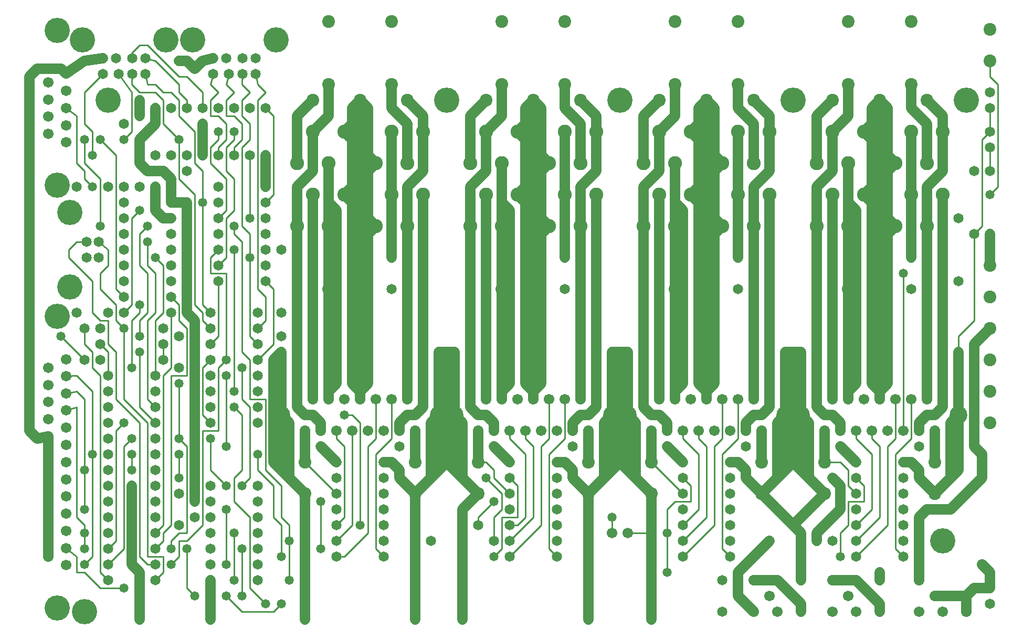
<source format=gtl>
%MOIN*%
%FSLAX25Y25*%
G04 D10 used for Character Trace; *
G04     Circle (OD=.01000) (No hole)*
G04 D11 used for Power Trace; *
G04     Circle (OD=.06700) (No hole)*
G04 D12 used for Signal Trace; *
G04     Circle (OD=.01100) (No hole)*
G04 D13 used for Via; *
G04     Circle (OD=.05800) (Round. Hole ID=.02800)*
G04 D14 used for Component hole; *
G04     Circle (OD=.06500) (Round. Hole ID=.03500)*
G04 D15 used for Component hole; *
G04     Circle (OD=.06700) (Round. Hole ID=.04300)*
G04 D16 used for Component hole; *
G04     Circle (OD=.08100) (Round. Hole ID=.05100)*
G04 D17 used for Component hole; *
G04     Circle (OD=.08900) (Round. Hole ID=.05900)*
G04 D18 used for Component hole; *
G04     Circle (OD=.11300) (Round. Hole ID=.08300)*
G04 D19 used for Component hole; *
G04     Circle (OD=.16000) (Round. Hole ID=.13000)*
G04 D20 used for Component hole; *
G04     Circle (OD=.18300) (Round. Hole ID=.15300)*
G04 D21 used for Component hole; *
G04     Circle (OD=.22291) (Round. Hole ID=.19291)*
%ADD10C,.01000*%
%ADD11C,.06700*%
%ADD12C,.01100*%
%ADD13C,.05800*%
%ADD14C,.06500*%
%ADD15C,.06700*%
%ADD16C,.08100*%
%ADD17C,.08900*%
%ADD18C,.11300*%
%ADD19C,.16000*%
%ADD20C,.18300*%
%ADD21C,.22291*%
%IPPOS*%
%LPD*%
G90*X0Y0D02*D19*X27400Y12400D03*D15*              
X33100Y39600D03*D12*X40000Y35000D02*X45000D01*    
X55000Y25000D01*X70000D01*D13*D03*D11*            
X80000Y5000D02*Y35000D01*D13*Y5000D03*D14*        
X90000Y30000D03*D12*X95000Y35000D01*Y45000D01*    
X85000D01*Y130000D01*X70000Y145000D01*Y190000D01* 
D13*D03*D12*X65000Y195000D01*Y205000D01*          
X55000Y215000D01*Y225000D01*X60000Y230000D01*     
Y240000D01*X54000Y244900D01*D14*D03*              
X46200Y235100D03*D13*X55000Y255000D03*D12*        
Y285000D01*X45000Y295000D01*Y310000D01*D13*D03*   
D12*X50000Y300000D02*Y315000D01*D13*Y300000D03*   
X55000Y310000D03*D12*X65000Y300000D01*Y215000D01* 
X70000Y210000D01*D14*D03*D12*Y200000D02*          
X75000Y205000D01*D14*X70000Y200000D03*D12*        
X75000Y165000D02*Y195000D01*D13*Y165000D03*D12*   
X65000Y145000D02*Y175000D01*X80000Y130000D02*     
X65000Y145000D01*X80000Y45000D02*Y130000D01*      
X85000Y40000D02*X80000Y45000D01*X85000Y40000D02*  
X90000D01*D14*D03*D13*X100000Y50000D03*D12*       
Y55000D01*X105000Y60000D01*X110000D01*Y115000D01* 
X105000Y120000D01*D13*D03*D12*Y155000D01*D13*D03* 
D12*X100000Y160000D02*X110000D01*X100000Y65000D02*
Y160000D01*X95000Y60000D02*X100000Y65000D01*      
X95000Y55000D02*Y60000D01*X90000Y50000D02*        
X95000Y55000D01*D14*X90000Y50000D03*D13*          
X100000Y40000D03*D12*X105000Y45000D01*Y55000D01*  
X110000D01*X120000Y65000D01*Y125000D01*X130000D01*
Y165000D01*X135000Y170000D01*D13*D03*D12*         
Y225000D01*X125000D01*Y235000D01*                 
X130000Y240000D01*D14*D03*D12*Y230000D02*         
X135000Y235000D01*D14*X130000Y230000D03*D12*      
X135000Y235000D02*Y260000D01*X140000Y265000D01*   
Y285000D01*X135000Y290000D01*Y305000D01*          
X140000Y310000D01*Y315000D01*D13*D03*D12*         
Y305000D02*X145000Y310000D01*X140000Y300000D02*   
Y305000D01*D14*Y300000D03*D12*X145000Y255000D02*  
Y305000D01*X150000Y250000D02*X145000Y255000D01*   
X150000Y235000D02*Y250000D01*D13*Y235000D03*D12*  
Y185000D01*X155000Y180000D01*D14*D03*D13*         
X165000Y170000D03*D11*Y160000D01*D13*D03*D11*     
Y140000D01*Y120000D01*D13*D03*D11*Y105000D01*     
X170000Y100000D01*X175000Y95000D01*               
X185000Y85000D01*D16*D03*D11*Y5000D01*D13*D03*    
X170000Y15000D03*D12*X165000Y10000D01*X145000D01* 
X135000Y20000D01*D13*D03*D14*X125000Y30000D03*D11*
Y5000D01*D13*D03*X115000Y20000D03*D12*            
X110000Y25000D01*Y50000D01*D13*D03*D12*           
X90000Y60000D02*X95000Y65000D01*D14*              
X90000Y60000D03*D12*X95000Y65000D02*Y160000D01*   
X100000Y165000D01*Y200000D01*D14*D03*D12*         
X110000Y190000D02*X105000Y195000D01*              
X110000Y160000D02*Y190000D01*D14*                 
X105000Y165000D03*D12*X120000Y135000D02*          
Y165000D01*X125000Y130000D02*X120000Y135000D01*   
D14*X125000Y130000D03*Y140000D03*D13*Y120000D03*  
D12*Y100000D01*X135000Y90000D01*D13*D03*D12*      
X140000Y80000D02*Y95000D01*X150000Y70000D02*      
X140000Y80000D01*X150000Y25000D02*Y70000D01*      
X160000Y15000D02*X150000Y25000D01*D13*            
X160000Y15000D03*X175000Y30000D03*D12*Y55000D01*  
D13*D03*D12*Y65000D01*X170000Y70000D01*Y90000D01* 
X160000Y100000D01*Y145000D01*X150000D01*          
Y170000D01*X145000Y175000D01*Y245000D01*          
X140000Y250000D01*Y255000D01*D13*D03*D14*         
X130000Y260000D03*D12*X135000Y265000D01*          
Y285000D01*X125000Y295000D01*Y305000D01*          
X130000Y310000D01*Y315000D01*D13*D03*D12*         
Y305000D02*X135000Y310000D01*X130000Y300000D02*   
Y305000D01*D14*Y300000D03*D12*X120000Y270000D02*  
Y290000D01*D13*Y270000D03*D12*Y205000D01*         
X125000Y200000D01*D14*D03*D12*Y190000D02*         
X120000Y195000D01*D14*X125000Y190000D03*D12*      
Y180000D02*X130000Y185000D01*D14*                 
X125000Y180000D03*D12*X130000Y185000D02*          
Y220000D01*D14*D03*D12*X120000Y200000D02*         
X115000Y205000D01*X120000Y195000D02*Y200000D01*   
D13*X115000Y190000D03*D11*Y90000D01*D14*D03*D11*  
Y80000D01*D13*D03*D14*X125000Y70000D03*Y90000D03* 
X105000Y85000D03*X125000Y80000D03*                
X115000Y70000D03*X105000Y65000D03*D13*Y95000D03*  
D12*Y110000D01*D13*D03*D14*X90000Y120000D03*      
Y110000D03*Y100000D03*Y90000D03*Y130000D03*D12*   
X80000Y140000D01*Y175000D01*D13*D03*Y185000D03*   
D12*Y195000D01*X85000Y200000D01*Y225000D01*       
X80000Y230000D01*Y250000D01*X85000Y255000D01*D13* 
D03*D11*X95000Y260000D02*X90000Y265000D01*        
X95000Y260000D02*X100000D01*D14*D03*              
X110000Y270000D03*D11*Y205000D01*D13*D03*D11*     
Y200000D01*X115000Y195000D01*Y190000D01*D12*      
X105000Y195000D02*Y205000D01*X100000Y210000D01*   
D14*D03*D12*X85000Y195000D02*X90000Y200000D01*    
X85000Y145000D02*Y195000D01*X90000Y140000D02*     
X85000Y145000D01*D14*X90000Y140000D03*Y150000D03* 
D13*X75000Y120000D03*D12*X70000Y115000D01*        
Y50000D01*X60000Y40000D01*D14*D03*D12*Y30000D02*  
X55000Y35000D01*D14*X60000Y30000D03*D12*          
X55000Y35000D02*Y160000D01*X50000Y165000D01*      
Y175000D01*X45000Y180000D01*Y190000D01*D14*D03*   
X55000Y180000D03*D12*X60000Y175000D01*Y160000D01* 
D14*D03*D12*X50000Y110000D02*Y150000D01*D13*      
Y110000D03*D12*Y45000D01*X45000Y40000D01*D13*D03* 
D12*X40000Y35000D02*Y45000D01*X33100Y50400D01*D15*
D03*D13*X45000Y60000D03*D12*Y50000D01*D13*D03*D15*
X33100Y61300D03*D12*X45000Y60000D02*Y65000D01*    
X40000Y70000D01*Y140000D01*X33100Y137800D01*D15*  
D03*D12*X45000Y145000D02*X40000Y150000D01*        
X45000Y100000D02*Y145000D01*D13*Y100000D03*D12*   
Y75000D01*D13*D03*D15*X33100Y83200D03*Y72200D03*  
D14*X60000Y60000D03*Y90000D03*Y70000D03*Y80000D03*
D12*Y50000D02*X65000Y55000D01*D14*X60000Y50000D03*
D12*X65000Y55000D02*Y125000D01*X70000Y130000D01*  
D13*D03*D14*X60000Y140000D03*Y120000D03*          
Y130000D03*D12*X50000Y150000D02*X40000Y160000D01* 
X33100Y159600D01*D15*D03*D14*X45000Y170000D03*D12*
X30000Y185000D01*D13*D03*D14*X40000Y200000D03*D19*
X27400Y197600D03*D15*X33100Y170400D03*            
X21800Y165000D03*D13*X10000Y185000D03*D11*        
Y125000D01*X15000Y120000D01*X21800Y121300D01*D15* 
D03*D11*Y110400D01*D15*D03*D11*Y99600D01*D15*D03* 
D11*Y88700D01*D15*D03*D11*Y77800D01*D15*D03*D11*  
Y66800D01*D15*D03*D11*Y55900D01*D15*D03*D11*      
Y45000D01*D15*D03*D19*X45000Y10000D03*D15*        
X33100Y94100D03*D13*X75000Y100000D03*D12*         
Y110000D01*D13*D03*D14*X60000D03*Y100000D03*D13*  
X75000Y90000D03*D11*Y70000D01*D13*D03*D11*        
Y40000D01*X80000Y35000D01*D14*X90000Y70000D03*    
Y80000D03*X125000Y40000D03*Y50000D03*Y60000D03*   
D13*X135000Y40000D03*D12*Y75000D01*D13*D03*       
X145000Y90000D03*D12*X150000Y95000D01*Y140000D01* 
X145000Y145000D01*Y165000D01*D13*D03*D14*         
X155000Y160000D03*Y170000D03*D12*                 
X165000Y180000D01*Y215000D01*X160000Y220000D01*   
D14*D03*D12*Y210000D02*X155000Y215000D01*         
X160000Y195000D02*Y210000D01*X155000Y190000D02*   
X160000Y195000D01*D14*X155000Y190000D03*          
Y200000D03*D13*X170000Y175000D03*D11*Y165000D01*  
D14*D03*D11*Y155000D01*D13*D03*D11*Y135000D01*D18*
D03*D11*Y100000D01*X175000Y95000D02*Y115000D01*   
D14*D03*D11*Y130000D01*X170000Y135000D01*         
X165000Y140000D01*D14*X155000Y150000D03*          
Y130000D03*Y140000D03*D11*X185000Y135000D02*      
X180000Y140000D01*X185000Y135000D02*X190000D01*   
X195000Y130000D01*Y125000D01*D15*D03*D12*         
X210000Y115000D02*X205000Y120000D01*              
X210000Y70000D02*Y115000D01*X205000Y65000D02*     
X210000Y70000D01*D14*X205000Y65000D03*D12*        
Y55000D02*X215000Y65000D01*D14*X205000Y55000D03*  
D12*X215000Y65000D02*Y125000D01*D15*D03*D12*      
X220000Y65000D02*Y130000D01*D13*Y65000D03*D12*    
X210000Y45000D02*X225000Y60000D01*                
X205000Y45000D02*X210000D01*D14*X205000D03*D13*   
X195000Y50000D03*D12*Y80000D01*D13*D03*D14*       
X205000Y75000D03*Y85000D03*D12*X185000Y105000D01* 
D16*D03*D11*Y125000D01*D15*D03*D14*               
X195000Y115000D03*D11*X205000Y105000D01*D14*D03*  
Y95000D03*D12*Y120000D02*Y125000D01*D15*D03*D12*  
X220000Y130000D02*X215000Y135000D01*D15*          
X225000Y125000D03*D12*X210000Y135000D02*          
X215000D01*D13*X210000D03*D15*X220000Y145000D03*  
D11*Y150000D01*X225000Y155000D01*D13*D03*D11*     
Y165000D01*D13*D03*D11*Y175000D01*D13*D03*D11*    
Y250000D01*X230000Y255000D01*D17*D03*D11*         
X225000Y260000D01*Y250000D01*Y260000D02*          
Y290000D01*X230000Y295000D01*D17*D03*D11*         
X225000Y300000D01*Y290000D01*X215000Y270000D02*   
Y280000D01*Y175000D02*Y270000D01*D13*Y175000D03*  
D11*Y165000D01*D13*D03*D11*Y155000D01*D13*D03*D11*
X220000Y150000D01*Y160000D01*D13*D03*D11*         
Y170000D01*D13*D03*D11*Y215000D01*D16*D03*D11*    
Y335000D01*D16*D03*D11*X215000Y330000D01*         
Y320000D01*Y310000D01*Y280000D01*                 
X210000Y275000D01*D17*D03*D11*X215000Y270000D01*  
X205000Y205000D02*Y265000D01*D13*Y205000D03*D11*  
Y195000D01*D13*D03*D11*Y185000D01*D13*D03*D11*    
Y155000D01*X200000Y150000D01*Y145000D01*D15*D03*  
D11*Y150000D02*Y190000D01*D13*D03*D11*Y200000D01* 
D13*D03*D11*Y215000D01*D16*D03*D11*Y235000D01*D13*
D03*D11*Y255000D01*D17*D03*D11*Y270000D01*        
X205000Y265000D01*X200000Y270000D02*Y295000D01*   
D17*D03*D11*X180000Y280000D02*X190000Y290000D01*  
X180000Y255000D02*Y280000D01*D17*Y255000D03*D11*  
Y140000D01*D15*X190000Y145000D03*D11*Y275000D01*  
D17*D03*D11*Y290000D02*Y315000D01*D17*D03*D11*    
X200000Y325000D01*Y345000D01*D16*D03*             
X190000Y335000D03*D11*X180000Y325000D01*          
Y295000D01*D17*D03*D12*X160000Y270000D02*         
X165000Y275000D01*D14*X160000Y270000D03*D12*      
X165000Y275000D02*Y325000D01*X160000Y330000D01*   
D14*D03*D12*X155000Y215000D02*Y335000D01*D14*     
X170000Y200000D03*X160000Y230000D03*              
X170000Y240000D03*X160000D03*D13*X140000D03*D12*  
Y150000D01*D13*D03*Y140000D03*D12*                
X145000Y135000D01*Y100000D01*X140000Y95000D01*D14*
X155000Y80000D03*D13*Y110000D03*D12*Y100000D01*   
X165000Y90000D01*Y70000D01*X170000Y65000D01*      
Y45000D01*D13*D03*D14*X155000Y60000D03*Y30000D03* 
Y50000D03*Y40000D03*D13*X145000Y20000D03*D12*     
Y50000D01*D13*D03*X140000Y60000D03*D12*Y30000D01* 
D13*D03*D14*X155000Y70000D03*Y90000D03*D12*       
X225000Y60000D02*Y115000D01*D14*X235000Y55000D03* 
Y65000D03*D12*Y45000D02*X230000Y50000D01*D14*     
X235000Y45000D03*D12*X230000Y50000D02*Y110000D01* 
X240000Y120000D01*Y145000D01*D15*D03*D11*         
X245000Y130000D02*X250000Y135000D01*              
X245000Y125000D02*Y130000D01*D15*Y125000D03*D11*  
X250000Y135000D02*X255000D01*X260000Y140000D01*   
Y275000D01*D17*D03*D11*X250000Y255000D02*         
Y280000D01*D17*Y255000D03*D11*Y145000D01*D15*D03* 
D11*X265000Y125000D02*Y130000D01*Y95000D02*       
Y125000D01*X255000Y85000D02*X265000Y95000D01*D16* 
X255000Y85000D03*D11*Y65000D01*D14*D03*D11*       
Y5000D01*D13*D03*X285000D03*D11*Y75000D01*        
X295000Y85000D01*D16*D03*D11*X285000Y95000D01*    
Y115000D01*D14*D03*D11*X280000Y110000D01*         
Y100000D01*X285000Y95000D01*X280000Y100000D02*    
X275000Y105000D01*X270000Y100000D01*              
X265000Y95000D01*X270000Y100000D02*Y125000D01*D12*
X265000D01*D11*X270000D02*Y135000D01*D18*D03*D11* 
X265000Y130000D01*D12*X270000Y125000D02*          
X275000D01*D11*Y105000D01*X280000Y110000D02*      
Y120000D01*X285000Y115000D01*Y125000D01*D12*      
X280000D01*D11*Y120000D01*X285000Y125000D02*      
Y130000D01*X280000Y135000D01*D18*D03*D11*         
Y125000D01*D12*X275000D01*D11*Y160000D01*D13*D03* 
D11*Y170000D01*D13*D03*D11*Y175000D01*X270000D01* 
D13*D03*D11*Y165000D01*D13*D03*D11*Y155000D01*D13*
D03*D11*Y135000D01*X280000D02*Y155000D01*D13*D03* 
D11*Y165000D01*D13*D03*D11*Y175000D01*D13*D03*D11*
X275000D01*X290000Y185000D02*Y190000D01*          
Y180000D02*Y185000D01*Y175000D02*Y180000D01*      
Y140000D02*Y175000D01*X295000Y135000D02*          
X290000Y140000D01*X295000Y135000D02*X300000D01*   
X305000Y130000D01*Y125000D01*D15*D03*D12*         
X325000Y110000D02*X315000Y120000D01*              
X325000Y70000D02*Y110000D01*X320000Y65000D02*     
X325000Y70000D01*X315000Y65000D02*X320000D01*D14* 
X315000D03*D12*X310000Y70000D02*X320000D01*       
X310000Y50000D02*Y70000D01*X305000Y45000D02*      
X310000Y50000D01*D13*X305000Y45000D03*D14*        
X315000Y55000D03*D12*X330000Y70000D01*Y115000D01* 
X325000Y120000D01*Y125000D01*D15*D03*D12*         
X335000Y65000D02*Y115000D01*X315000Y45000D02*     
X335000Y65000D01*D14*X315000Y45000D03*            
X305000Y55000D03*D12*Y70000D01*X310000Y75000D01*  
Y85000D01*X300000Y95000D01*D13*D03*D12*X305000D02*
Y100000D01*X315000Y85000D02*X305000Y95000D01*D14* 
X315000Y85000D03*D12*X320000Y70000D02*Y90000D01*  
D14*X315000Y75000D03*D13*X305000Y80000D03*D12*    
X295000Y70000D01*Y65000D01*D14*D03*D12*           
X320000Y90000D02*X315000Y95000D01*D14*D03*D12*    
X305000Y100000D02*X300000Y105000D01*X295000D01*   
D16*D03*D11*Y125000D01*D15*D03*D14*               
X305000Y115000D03*D11*X315000Y105000D01*D14*D03*  
D12*Y120000D02*Y125000D01*D15*D03*                
X330000Y145000D03*D11*Y150000D01*                 
X335000Y155000D01*D13*D03*D11*Y165000D01*D13*D03* 
D11*Y175000D01*D13*D03*D11*Y250000D01*            
X340000Y255000D01*D17*D03*D11*X335000Y260000D01*  
Y250000D01*Y260000D02*Y290000D01*                 
X340000Y295000D01*D17*D03*D11*X335000Y300000D01*  
Y290000D01*X325000Y270000D02*Y280000D01*          
Y175000D02*Y270000D01*D13*Y175000D03*D11*         
Y165000D01*D13*D03*D11*Y155000D01*D13*D03*D11*    
X330000Y150000D01*Y160000D01*D13*D03*D11*         
Y170000D01*D13*D03*D11*Y215000D01*D16*D03*D11*    
Y335000D01*D16*D03*D11*X325000Y330000D01*         
Y320000D01*Y310000D01*Y280000D01*                 
X320000Y275000D01*D17*D03*D11*X325000Y270000D01*  
X315000Y205000D02*Y265000D01*D13*Y205000D03*D11*  
Y195000D01*D13*D03*D11*Y185000D01*D13*D03*D11*    
Y155000D01*X310000Y150000D01*Y145000D01*D15*D03*  
D11*Y150000D02*Y190000D01*D13*D03*D11*Y200000D01* 
D13*D03*D11*Y215000D01*D16*D03*D11*Y235000D01*D13*
D03*D11*Y255000D01*D17*D03*D11*Y270000D01*        
X315000Y265000D01*X310000Y270000D02*Y295000D01*   
D17*D03*D11*X290000Y280000D02*X300000Y290000D01*  
X290000Y255000D02*Y280000D01*D17*Y255000D03*D11*  
Y220000D01*Y215000D01*Y210000D01*Y205000D01*      
Y200000D01*Y195000D01*Y190000D01*D12*Y185000D01*  
Y180000D01*Y175000D01*Y190000D02*Y195000D01*      
Y200000D01*Y205000D01*Y210000D01*Y215000D01*      
Y220000D01*D14*X240000Y235000D03*D11*Y275000D01*  
D17*D03*D11*Y315000D01*D17*D03*D11*               
X250000Y295000D02*Y320000D01*D17*Y295000D03*D11*  
Y280000D02*X260000Y290000D01*Y315000D01*D17*D03*  
D11*Y325000D01*X250000Y335000D01*D16*D03*         
X240000Y345000D03*D11*Y330000D01*                 
X250000Y320000D01*X225000Y300000D02*Y330000D01*   
X215000Y310000D02*X210000Y315000D01*D17*D03*D11*  
X215000Y320000D01*X225000Y330000D02*              
X220000Y335000D01*D16*X240000Y385000D03*          
X200000D03*D19*X166500Y373300D03*                 
X275000Y335000D03*D12*X155000D02*                 
X160000Y340000D01*X155000Y345000D01*              
X153400Y351700D01*D14*D03*X145100Y361500D03*D12*  
X145000Y335000D02*X150000Y340000D01*              
X145000Y325000D02*Y335000D01*X150000Y320000D02*   
X145000Y325000D01*X150000Y310000D02*Y320000D01*   
X145000Y305000D02*X150000Y310000D01*D14*          
Y300000D03*D12*Y260000D01*D13*D03*D14*            
X160000Y250000D03*Y260000D03*X130000Y280000D03*   
X160000D03*D11*Y300000D01*D14*D03*D12*            
X145000Y310000D02*Y320000D01*X140000Y325000D01*   
X135000D01*Y335000D01*X140000Y340000D01*          
X135000Y345000D01*X136500Y351700D01*D14*D03*      
X126600Y361500D03*D11*X120000Y360000D01*          
X115000Y355000D01*X110000Y360000D01*X105000D01*   
D13*D03*D12*Y350000D02*X110000D01*                
X120000Y340000D01*Y330000D01*D14*D03*D12*         
X125000Y325000D02*X130000D01*X135000Y320000D01*   
Y310000D01*D13*X120000Y320000D03*D11*Y300000D01*  
D14*D03*D12*Y290000D02*X115000Y295000D01*         
Y315000D01*X105000Y325000D01*Y335000D01*          
X100000Y340000D01*X95000D01*X90000Y345000D01*     
X85000D01*X83400Y351700D01*D14*D03*               
X75100Y361500D03*D12*X75000Y365000D01*            
X80000Y370000D01*X85000D01*X105000Y350000D01*     
Y340000D02*Y345000D01*X110000Y335000D02*          
X105000Y340000D01*X110000Y330000D02*Y335000D01*   
D14*Y330000D03*X100000D03*D12*X130000Y340000D02*  
X125000Y345000D01*Y335000D02*X130000Y340000D01*   
X125000Y325000D02*Y335000D01*D14*                 
X130000Y330000D03*X140000D03*D12*                 
X150000Y340000D02*X145000Y345000D01*              
X145100Y351700D01*D14*D03*X153400Y361500D03*      
X134900D03*X126600Y351700D03*D12*                 
X125000Y345000D01*X105000D02*X90000Y360000D01*    
X83400Y361500D01*D14*D03*X75100Y351700D03*D12*    
X75000Y345000D01*X80000Y340000D01*X90000D01*      
X95000Y335000D01*Y320000D01*X105000Y310000D01*D13*
D03*D12*Y285000D01*X115000Y275000D01*Y205000D01*  
D14*X100000Y220000D03*X105000Y185000D03*D12*      
X90000Y195000D02*X95000Y200000D01*                
X90000Y160000D02*Y195000D01*D14*Y160000D03*       
X95000Y170000D03*D12*Y180000D01*D14*D03*          
Y190000D03*D12*X75000Y195000D02*X80000Y200000D01* 
Y205000D01*D13*D03*D12*X75000D02*Y260000D01*      
X80000Y265000D01*D13*D03*D14*X70000Y270000D03*D11*
X90000Y265000D02*Y280000D01*D13*D03*D14*          
X100000Y270000D03*D11*X110000D01*D14*             
X100000Y280000D03*D11*Y270000D01*Y280000D02*      
Y285000D01*X95000Y290000D01*X85000D01*            
X80000Y295000D01*Y305000D01*D14*D03*D11*          
Y310000D01*X90000Y320000D01*Y330000D01*D14*D03*   
D13*X80000Y335000D03*D11*Y325000D01*D14*D03*D12*  
X70000Y310000D02*X75000Y315000D01*D13*            
X70000Y310000D03*D12*X75000Y315000D02*Y340000D01* 
X66500Y351700D01*D14*D03*X56600Y361500D03*D11*    
X45000Y360000D01*X33100Y351800D01*D15*D03*D11*    
X30000Y355000D01*X15000D01*X10000Y350000D01*      
Y300000D01*D13*D03*D11*Y235000D01*D13*D03*D11*    
Y185000D01*D19*X35500Y216300D03*D15*              
X21800Y154100D03*X33100Y148700D03*D12*            
X40000Y150000D01*D15*X21800Y132200D03*D14*        
X55000Y170000D03*X60000Y150000D03*D15*            
X21800Y143200D03*D12*X65000Y175000D02*            
X60000Y180000D01*Y195000D01*X55000D01*            
X50000Y200000D01*Y220000D01*X35000Y235000D01*     
Y240000D01*X40000Y245000D01*X46200Y244900D01*D14* 
D03*X54000Y235100D03*D19*X35500Y263700D03*D14*    
X70000Y220000D03*Y230000D03*Y240000D03*Y250000D03*
Y260000D03*X80000Y280000D03*X70000D03*X60000D03*  
D13*X50000D03*D12*X45000Y285000D01*Y290000D01*    
X40000Y295000D01*Y325000D01*X33100Y330000D01*D15* 
D03*D12*X50000Y315000D02*X45000Y320000D01*        
Y340000D01*X56600Y351700D01*D14*D03*              
X64900Y361500D03*D19*X60000Y335000D03*D15*        
X33100Y340900D03*D19*X43500Y373300D03*            
X27400Y379200D03*D15*X33100Y319100D03*D14*        
X70000Y320000D03*D15*X21800Y313700D03*Y346300D03* 
Y335400D03*Y324600D03*X33100Y308200D03*D19*       
X96500Y373300D03*D14*X90000Y300000D03*X100000D03* 
X110000D03*D19*X113500Y373300D03*D14*             
X110000Y290000D03*D19*X27400Y280800D03*D14*       
X40000Y280000D03*X130000Y270000D03*               
X150000Y330000D03*X100000Y250000D03*X130000D03*   
D13*X85000Y245000D03*D12*Y230000D01*              
X90000Y225000D01*Y200000D01*X95000D02*Y230000D01* 
X90000Y235000D01*D13*D03*D14*X100000Y230000D03*   
Y240000D03*X60000Y200000D03*X55000Y190000D03*     
X125000Y170000D03*D12*X120000Y165000D01*D14*      
X125000Y160000D03*D13*X135000D03*D12*Y115000D01*  
D13*D03*D14*X125000Y150000D03*D11*                
X165000Y170000D02*X170000Y175000D01*D14*          
Y185000D03*D15*X210000Y145000D03*D12*             
X225000Y115000D02*X230000Y120000D01*Y145000D01*   
D15*D03*X235000Y125000D03*X255000D03*D11*         
Y105000D01*D16*D03*D14*X245000Y115000D03*         
Y95000D03*D11*X255000Y85000D01*X245000Y95000D02*  
Y100000D01*X240000Y105000D01*X235000D01*D14*D03*  
Y95000D03*Y85000D03*Y75000D03*X265000Y55000D03*   
D15*X300000Y145000D03*D11*Y275000D01*D17*D03*D11* 
Y290000D02*Y315000D01*D17*D03*D11*                
X310000Y325000D01*Y345000D01*D16*D03*             
X300000Y335000D03*D11*X290000Y325000D01*          
Y295000D01*D17*D03*X320000Y315000D03*D11*         
X325000Y310000D01*X320000Y315000D02*              
X325000Y320000D01*X335000Y300000D02*Y330000D01*   
D17*X350000Y315000D03*D11*Y275000D01*D17*D03*D11* 
Y235000D01*D14*D03*D17*X360000Y255000D03*D11*     
Y145000D01*D15*D03*D11*X365000Y135000D02*         
X370000Y140000D01*X360000Y135000D02*X365000D01*   
X355000Y130000D02*X360000Y135000D01*              
X355000Y125000D02*Y130000D01*D15*Y125000D03*D12*  
X340000Y110000D02*X350000Y120000D01*              
X340000Y50000D02*Y110000D01*X345000Y45000D02*     
X340000Y50000D01*D14*X345000Y45000D03*Y55000D03*  
Y65000D03*Y75000D03*D15*X380000Y60000D03*D12*     
Y70000D01*D13*D03*D15*X390000Y60000D03*D12*       
X405000D01*D11*Y5000D01*D13*D03*X415000Y35000D03* 
D12*Y60000D01*D13*D03*D12*Y75000D01*              
X420000Y80000D01*X430000D01*Y90000D01*            
X425000Y95000D01*D14*D03*Y105000D03*D11*          
X415000Y115000D01*D14*D03*D15*X425000Y125000D03*  
D12*Y120000D01*X435000Y110000D01*Y75000D01*       
X425000Y65000D01*D14*D03*Y75000D03*Y55000D03*D12* 
X440000Y70000D01*Y115000D01*X435000Y120000D01*    
Y125000D01*D15*D03*D12*X445000Y65000D02*          
Y115000D01*X425000Y45000D02*X445000Y65000D01*D14* 
X425000Y45000D03*D11*X405000Y60000D02*Y85000D01*  
D16*D03*D11*X395000Y95000D01*Y115000D01*D14*D03*  
D11*X390000Y110000D01*Y100000D01*X395000Y95000D01*
X390000Y100000D02*X385000Y105000D01*              
X380000Y100000D01*X375000Y95000D01*               
X365000Y85000D01*D16*D03*D11*Y5000D01*D13*D03*D14*
X425000Y85000D03*D12*X405000Y105000D01*D16*D03*   
D11*Y125000D01*D15*D03*D11*X395000Y115000D02*     
Y130000D01*X390000Y135000D01*D18*D03*D11*         
Y120000D01*Y110000D01*X395000Y115000D02*          
X390000Y120000D01*X405000Y135000D02*X410000D01*   
X415000Y130000D01*Y125000D01*D15*D03*D11*         
X405000Y135000D02*X400000Y140000D01*Y255000D01*   
D17*D03*D11*Y280000D01*X410000Y290000D01*         
Y315000D01*D17*D03*D11*X420000Y325000D01*         
Y345000D01*D16*D03*X410000Y335000D03*D11*         
X400000Y325000D01*Y295000D01*D17*D03*X420000D03*  
D11*Y270000D01*Y255000D01*D17*D03*D11*Y235000D01* 
D13*D03*D11*Y215000D01*D16*D03*D11*Y200000D01*D13*
D03*D11*Y190000D01*D13*D03*D11*Y150000D01*        
Y145000D01*D15*D03*D11*Y150000D02*                
X425000Y155000D01*Y185000D01*D13*D03*D11*         
Y195000D01*D13*D03*D11*Y205000D01*D13*D03*D11*    
Y265000D01*X420000Y270000D01*D17*                 
X410000Y275000D03*D11*Y145000D01*D15*D03*D13*     
X390000Y165000D03*D11*Y155000D01*D13*D03*D11*     
Y135000D01*D18*X380000D03*D11*Y100000D01*         
X385000Y105000D02*Y160000D01*D13*D03*D11*         
Y170000D01*D13*D03*D11*Y175000D01*X380000D01*D13* 
D03*D11*Y165000D01*D13*D03*D11*Y155000D01*D13*D03*
D11*Y135000D01*X375000Y130000D01*Y95000D01*D16*   
X365000Y105000D03*D11*Y125000D01*D15*D03*D14*     
X355000Y115000D03*D11*X370000Y140000D02*          
Y275000D01*D17*D03*D11*X360000Y255000D02*         
Y280000D01*X370000Y290000D01*Y315000D01*D17*D03*  
D11*Y325000D01*X360000Y335000D01*D16*D03*         
X350000Y345000D03*D11*Y330000D01*                 
X360000Y320000D01*Y295000D01*D17*D03*D11*         
X335000Y330000D02*X330000Y335000D01*D16*          
X350000Y385000D03*X310000D03*D19*                 
X385000Y335000D03*D16*X420000Y385000D03*D17*      
X430000Y275000D03*D11*X435000Y270000D01*          
Y175000D01*D13*D03*D11*Y165000D01*D13*D03*D11*    
Y155000D01*D13*D03*D11*X440000Y150000D01*         
Y145000D01*D15*D03*D11*Y150000D02*                
X445000Y155000D01*D13*D03*D11*Y165000D01*D13*D03* 
D11*Y175000D01*D13*D03*D11*Y250000D01*            
X450000Y255000D01*D17*D03*D11*X445000Y260000D01*  
Y250000D01*Y260000D02*Y290000D01*                 
X450000Y295000D01*D17*D03*D11*X445000Y300000D01*  
Y290000D01*X435000Y270000D02*Y280000D01*          
X430000Y275000D01*X435000Y280000D02*Y310000D01*   
Y320000D01*X430000Y315000D01*D17*D03*D11*         
X435000Y310000D01*X445000Y300000D02*Y330000D01*   
X440000Y335000D01*D16*D03*D11*Y215000D01*D16*D03* 
D11*Y170000D01*D13*D03*D11*Y160000D01*D13*D03*D11*
Y150000D01*D15*X450000Y145000D03*D12*Y120000D01*  
X445000Y115000D01*X450000Y50000D02*Y110000D01*    
X455000Y45000D02*X450000Y50000D01*D14*            
X455000Y45000D03*Y55000D03*D11*X460000Y20000D02*  
Y35000D01*X470000Y10000D02*X460000Y20000D01*D15*  
X470000Y10000D03*X480000Y20000D03*                
X485000Y10000D03*D14*X450000Y30000D03*D11*        
X500000Y15000D02*X485000Y30000D01*                
X500000Y10000D02*Y15000D01*D14*Y10000D03*D15*     
X520000Y30000D03*D11*X535000D01*X550000Y15000D01* 
Y10000D01*D14*D03*D15*X535000D03*X530000Y20000D03*
D14*X550000Y30000D03*D11*Y35000D01*D12*           
X565000Y45000D02*X560000Y50000D01*D14*            
X565000Y45000D03*D12*X560000Y50000D02*Y110000D01* 
X570000Y120000D01*Y145000D01*D15*D03*D11*         
X575000Y130000D02*X580000Y135000D01*              
X575000Y125000D02*Y130000D01*D15*Y125000D03*D11*  
X580000Y135000D02*X585000D01*X590000Y140000D01*   
Y275000D01*D17*D03*D11*X580000Y255000D02*         
Y280000D01*D17*Y255000D03*D11*Y145000D01*D15*D03* 
D11*X595000Y95000D02*Y130000D01*X585000Y85000D02* 
X595000Y95000D01*D16*X585000Y85000D03*D11*        
X575000Y95000D01*D14*D03*D11*Y100000D01*          
X570000Y105000D01*X565000D01*D14*D03*             
X575000Y115000D03*D12*X555000Y65000D02*Y115000D01*
X535000Y45000D02*X555000Y65000D01*D14*            
X535000Y45000D03*Y55000D03*D12*X550000Y70000D01*  
Y115000D01*X545000Y120000D01*Y125000D01*D15*D03*  
D12*X555000Y115000D02*X560000Y120000D01*          
Y145000D01*D15*D03*D11*X550000D02*Y150000D01*D15* 
Y145000D03*D11*Y150000D02*X555000Y155000D01*D13*  
D03*D11*Y165000D01*D13*D03*D11*Y175000D01*D13*D03*
D11*Y250000D01*X560000Y255000D01*D17*D03*D11*     
X555000Y260000D01*Y250000D01*Y260000D02*          
Y290000D01*X560000Y295000D01*D17*D03*D11*         
X555000Y300000D01*Y290000D01*X545000Y270000D02*   
Y280000D01*Y175000D02*Y270000D01*D13*Y175000D03*  
D11*Y165000D01*D13*D03*D11*Y155000D01*D13*D03*D11*
X550000Y150000D01*Y160000D01*D13*D03*D11*         
Y170000D01*D13*D03*D11*Y215000D01*D16*D03*D11*    
Y335000D01*D16*D03*D11*X545000Y330000D01*         
Y320000D01*Y310000D01*Y280000D01*                 
X540000Y275000D01*D17*D03*D11*X545000Y270000D01*  
X535000Y205000D02*Y265000D01*D13*Y205000D03*D11*  
Y195000D01*D13*D03*D11*Y185000D01*D13*D03*D11*    
Y155000D01*X530000Y150000D01*Y145000D01*D15*D03*  
D11*Y150000D02*Y190000D01*D13*D03*D11*Y200000D01* 
D13*D03*D11*Y215000D01*D16*D03*D11*Y235000D01*D13*
D03*D11*Y255000D01*D17*D03*D11*Y270000D01*        
X535000Y265000D01*X530000Y270000D02*Y295000D01*   
D17*D03*D11*X510000Y280000D02*X520000Y290000D01*  
X510000Y255000D02*Y280000D01*D17*Y255000D03*D11*  
Y140000D01*X515000Y135000D01*X520000D01*          
X525000Y130000D01*Y125000D01*D15*D03*D12*         
X545000Y110000D02*X535000Y120000D01*              
X545000Y75000D02*Y110000D01*X535000Y65000D02*     
X545000Y75000D01*D14*X535000Y65000D03*D12*        
X525000Y60000D02*X530000Y65000D01*                
X525000Y45000D02*Y60000D01*D13*Y45000D03*D14*     
X520000Y55000D03*D11*X510000D02*Y60000D01*D13*    
Y55000D03*D11*Y60000D02*X525000Y75000D01*         
Y90000D01*X520000Y95000D01*D13*D03*D12*           
X535000Y85000D02*X530000Y90000D01*D14*            
X535000Y85000D03*D12*X530000Y80000D02*X540000D01* 
X530000Y65000D02*Y80000D01*D14*X535000Y75000D03*  
D12*X540000Y80000D02*Y90000D01*X535000Y95000D01*  
D14*D03*D12*X530000Y90000D02*Y100000D01*          
X525000Y105000D01*X515000D01*D16*D03*D11*         
Y125000D01*D15*D03*D14*X525000Y115000D03*D11*     
X535000Y105000D01*D14*D03*D12*Y120000D02*         
Y125000D01*D15*D03*X540000Y145000D03*             
X555000Y125000D03*X520000Y145000D03*D11*          
Y275000D01*D17*D03*D11*Y290000D02*Y315000D01*D17* 
D03*D11*X530000Y325000D01*Y345000D01*D16*D03*     
X520000Y335000D03*D11*X510000Y325000D01*          
Y295000D01*D17*D03*D11*X480000Y315000D02*         
Y325000D01*D17*Y315000D03*D11*Y290000D01*         
X470000Y280000D01*Y255000D01*D17*D03*D11*         
Y145000D01*D15*D03*D11*X475000Y135000D02*         
X480000Y140000D01*X470000Y135000D02*X475000D01*   
X465000Y130000D02*X470000Y135000D01*              
X465000Y125000D02*Y130000D01*D15*Y125000D03*D12*  
X450000Y110000D02*X460000Y120000D01*D14*          
X455000Y105000D03*D11*X460000D01*                 
X465000Y100000D01*Y95000D01*D14*D03*D11*          
X475000Y85000D01*D16*D03*D11*X495000Y65000D01*    
X500000Y60000D01*Y30000D01*D14*D03*D11*X470000D02*
X485000D01*D15*X470000D03*D11*X460000Y35000D02*   
X480000Y55000D01*D14*D03*D11*X495000Y65000D02*    
X515000Y85000D01*D16*D03*D11*X505000Y95000D01*    
Y115000D01*D14*D03*D11*X500000Y110000D01*         
Y100000D01*X505000Y95000D01*X500000Y100000D02*    
X495000Y105000D01*X490000Y100000D01*              
X485000Y95000D01*X475000Y85000D01*                
X485000Y95000D02*Y130000D01*X490000Y135000D01*D18*
D03*D11*Y100000D01*X495000Y105000D02*Y160000D01*  
D13*D03*D11*Y170000D01*D13*D03*D11*Y175000D01*    
X490000D01*D13*D03*D11*Y165000D01*D13*D03*D11*    
Y155000D01*D13*D03*D11*Y135000D01*                
X480000Y140000D02*Y275000D01*D17*D03*X460000D03*  
D11*Y235000D01*D14*D03*Y215000D03*D11*Y275000D02* 
Y315000D01*D17*D03*D11*X470000Y295000D02*         
Y320000D01*D17*Y295000D03*D11*Y320000D02*         
X460000Y330000D01*Y345000D01*D16*D03*             
X470000Y335000D03*D11*X480000Y325000D01*D19*      
X495000Y335000D03*D11*X435000Y330000D02*          
X440000Y335000D01*X435000Y320000D02*Y330000D01*   
D16*X460000Y385000D03*X530000D03*D14*             
X350000Y215000D03*D17*X540000Y315000D03*D11*      
X545000Y310000D01*X540000Y315000D02*              
X545000Y320000D01*X555000Y300000D02*Y330000D01*   
D17*X570000Y315000D03*D11*Y275000D01*D17*D03*D11* 
Y235000D01*D14*D03*D13*X565000Y225000D03*D12*     
Y125000D01*D15*D03*D16*X585000Y105000D03*D11*     
Y125000D01*D15*D03*D11*X595000Y130000D02*         
X600000Y135000D01*D18*D03*D11*Y100000D01*         
X595000Y95000D01*X615000Y110000D02*               
X610000Y115000D01*D15*X615000Y110000D03*D11*      
Y95000D01*X595000Y75000D01*X580000D01*            
X575000Y70000D01*Y30000D01*D15*D03*               
X585000Y20000D03*D11*X605000D01*Y10000D01*D15*D03*
D11*Y20000D02*X610000Y25000D01*X620000D01*D14*D03*
D11*Y35000D01*X615000Y40000D01*D15*D03*D19*       
X590000Y55000D03*D14*X620000Y15000D03*D15*        
X590000Y10000D03*X575000D03*D14*X565000Y85000D03* 
Y75000D03*Y65000D03*Y55000D03*Y95000D03*D11*      
X610000Y115000D02*Y180000D01*X620000Y190000D01*   
D16*D03*D12*X600000Y185000D02*X610000Y195000D01*  
X600000Y175000D02*Y185000D01*D13*Y175000D03*D11*  
Y165000D01*D13*D03*D11*Y155000D01*D13*D03*D11*    
Y135000D01*D16*X620000Y130000D03*Y150000D03*      
Y170000D03*D12*X610000Y195000D02*Y250000D01*D14*  
D03*D12*X615000Y255000D01*Y310000D01*             
X620000Y315000D01*D14*D03*D12*Y330000D01*D14*D03* 
Y340000D03*D12*X625000Y280000D02*Y345000D01*      
X620000Y275000D02*X625000Y280000D01*D13*          
X620000Y275000D03*D14*Y290000D03*D12*Y305000D01*  
D14*D03*X610000Y290000D03*D11*X590000Y315000D02*  
Y325000D01*D17*Y315000D03*D11*Y290000D01*         
X580000Y280000D01*D17*Y295000D03*D11*Y320000D01*  
X570000Y330000D01*Y345000D01*D16*D03*             
X580000Y335000D03*D11*X590000Y325000D01*D19*      
X605000Y335000D03*D12*X625000Y345000D02*          
X620000Y350000D01*Y360000D01*D16*D03*Y380000D03*  
X570000Y385000D03*D11*X555000Y330000D02*          
X550000Y335000D01*D14*X600000Y260000D03*          
X620000Y250000D03*D11*Y230000D01*D16*D03*         
Y210000D03*D14*X600000Y220000D03*                 
X570000Y215000D03*D11*X505000Y115000D02*          
Y130000D01*X500000Y135000D01*D18*D03*D11*         
Y120000D01*Y110000D01*X505000Y115000D02*          
X500000Y120000D01*Y135000D02*Y155000D01*D13*D03*  
D11*Y165000D01*D13*D03*D11*Y175000D01*D13*D03*D11*
X495000D01*D15*X460000Y145000D03*D12*Y120000D01*  
D14*X465000Y115000D03*D15*X455000Y125000D03*D16*  
X475000Y105000D03*D11*Y125000D01*D15*D03*D14*     
X455000Y95000D03*D15*X445000Y125000D03*D14*       
X455000Y85000D03*D15*X430000Y145000D03*D14*       
X455000Y75000D03*Y65000D03*D13*X390000Y175000D03* 
D11*Y165000D01*X385000Y175000D02*X390000D01*D15*  
X350000Y145000D03*D12*Y120000D01*D15*             
X345000Y125000D03*D12*X335000Y115000D02*          
X340000Y120000D01*Y145000D01*D15*D03*             
X335000Y125000D03*X320000Y145000D03*D14*          
X345000Y105000D03*D11*X350000D01*                 
X355000Y100000D01*Y95000D01*D14*D03*D11*          
X365000Y85000D01*D14*X345000Y95000D03*Y85000D03*  
X450000Y10000D03*X240000Y215000D03*D15*           
X520000Y10000D03*X33100Y126800D03*Y115900D03*     
Y105000D03*M02*                                   

</source>
